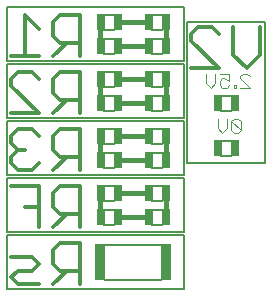
<source format=gbo>
G75*
G70*
%OFA0B0*%
%FSLAX24Y24*%
%IPPOS*%
%LPD*%
%AMOC8*
5,1,8,0,0,1.08239X$1,22.5*
%
%ADD10C,0.0120*%
%ADD11C,0.0050*%
%ADD12C,0.0160*%
%ADD13C,0.0040*%
%ADD14R,0.0256X0.0551*%
%ADD15C,0.0060*%
%ADD16R,0.0335X0.1221*%
D10*
X002820Y000903D02*
X003050Y001133D01*
X003510Y001133D01*
X003740Y001363D01*
X003510Y001593D01*
X002820Y001593D01*
X002820Y000903D02*
X003050Y000672D01*
X003740Y000672D01*
X004201Y000672D02*
X004661Y001133D01*
X004431Y001133D02*
X005121Y001133D01*
X005121Y000672D02*
X005121Y002054D01*
X004431Y002054D01*
X004201Y001823D01*
X004201Y001363D01*
X004431Y001133D01*
X004201Y002572D02*
X004661Y003033D01*
X004431Y003033D02*
X005121Y003033D01*
X005121Y002572D02*
X005121Y003954D01*
X004431Y003954D01*
X004201Y003723D01*
X004201Y003263D01*
X004431Y003033D01*
X003740Y003263D02*
X003280Y003263D01*
X003740Y002572D02*
X003740Y003954D01*
X002820Y003954D01*
X003050Y004472D02*
X003510Y004472D01*
X003740Y004703D01*
X004201Y004472D02*
X004661Y004933D01*
X004431Y004933D02*
X005121Y004933D01*
X005121Y004472D02*
X005121Y005854D01*
X004431Y005854D01*
X004201Y005623D01*
X004201Y005163D01*
X004431Y004933D01*
X003740Y005623D02*
X003510Y005854D01*
X003050Y005854D01*
X002820Y005623D01*
X002820Y005393D01*
X003050Y005163D01*
X002820Y004933D01*
X002820Y004703D01*
X003050Y004472D01*
X003050Y005163D02*
X003280Y005163D01*
X002820Y006372D02*
X003740Y006372D01*
X002820Y007293D01*
X002820Y007523D01*
X003050Y007754D01*
X003510Y007754D01*
X003740Y007523D01*
X004201Y007523D02*
X004201Y007063D01*
X004431Y006833D01*
X005121Y006833D01*
X004661Y006833D02*
X004201Y006372D01*
X005121Y006372D02*
X005121Y007754D01*
X004431Y007754D01*
X004201Y007523D01*
X004201Y008272D02*
X004661Y008733D01*
X004431Y008733D02*
X005121Y008733D01*
X005121Y008272D02*
X005121Y009654D01*
X004431Y009654D01*
X004201Y009423D01*
X004201Y008963D01*
X004431Y008733D01*
X003740Y009193D02*
X003280Y009654D01*
X003280Y008272D01*
X003740Y008272D02*
X002820Y008272D01*
X008820Y007872D02*
X009740Y007872D01*
X008820Y008793D01*
X008820Y009023D01*
X009050Y009254D01*
X009510Y009254D01*
X009740Y009023D01*
X010201Y009254D02*
X010201Y008333D01*
X010661Y007872D01*
X011121Y008333D01*
X011121Y009254D01*
D11*
X002681Y002312D02*
X002681Y000512D01*
X008581Y000512D01*
X008581Y002312D01*
X002681Y002312D01*
X002681Y002412D02*
X002681Y004212D01*
X008581Y004212D01*
X008581Y002412D01*
X002681Y002412D01*
X002681Y004312D02*
X002681Y006112D01*
X008581Y006112D01*
X008581Y004312D01*
X002681Y004312D01*
X002681Y006212D02*
X002681Y008012D01*
X008581Y008012D01*
X008581Y006212D01*
X002681Y006212D01*
X002681Y008112D02*
X008581Y008112D01*
X008581Y009912D01*
X002681Y009912D01*
X002681Y008112D01*
X008681Y009412D02*
X008681Y004712D01*
X011281Y004712D01*
X011281Y009412D01*
X008681Y009412D01*
D12*
X007981Y009412D02*
X007981Y008612D01*
X007281Y008612D02*
X006481Y008612D01*
X005781Y008612D02*
X005781Y009412D01*
X006481Y009412D02*
X007281Y009412D01*
X007281Y007512D02*
X006481Y007512D01*
X005781Y007512D02*
X005781Y006712D01*
X006481Y006712D02*
X007281Y006712D01*
X007981Y006712D02*
X007981Y007512D01*
X007981Y005612D02*
X007981Y004812D01*
X007281Y004812D02*
X006481Y004812D01*
X005781Y004812D02*
X005781Y005612D01*
X006481Y005612D02*
X007281Y005612D01*
X007281Y003712D02*
X006481Y003712D01*
X005781Y003712D02*
X005781Y002912D01*
X006481Y002912D02*
X007281Y002912D01*
X007981Y002912D02*
X007981Y003712D01*
D13*
X009848Y005732D02*
X009694Y005886D01*
X009694Y006193D01*
X010001Y006193D02*
X010001Y005886D01*
X009848Y005732D01*
X010155Y005809D02*
X010231Y005732D01*
X010385Y005732D01*
X010461Y005809D01*
X010155Y006116D01*
X010155Y005809D01*
X010155Y006116D02*
X010231Y006193D01*
X010385Y006193D01*
X010461Y006116D01*
X010461Y005809D01*
X010455Y007232D02*
X010761Y007232D01*
X010455Y007539D01*
X010455Y007616D01*
X010531Y007693D01*
X010685Y007693D01*
X010761Y007616D01*
X010301Y007309D02*
X010301Y007232D01*
X010224Y007232D01*
X010224Y007309D01*
X010301Y007309D01*
X010071Y007309D02*
X009994Y007232D01*
X009841Y007232D01*
X009764Y007309D01*
X009764Y007463D01*
X009841Y007539D01*
X009917Y007539D01*
X010071Y007463D01*
X010071Y007693D01*
X009764Y007693D01*
X009611Y007693D02*
X009611Y007386D01*
X009457Y007232D01*
X009304Y007386D01*
X009304Y007693D01*
D14*
X009693Y006713D03*
X010273Y006713D03*
X010273Y005213D03*
X009693Y005213D03*
X007973Y004813D03*
X007393Y004813D03*
X007393Y005613D03*
X007973Y005613D03*
X007973Y006713D03*
X007393Y006713D03*
X007393Y007513D03*
X007973Y007513D03*
X007973Y008613D03*
X007393Y008613D03*
X007393Y009413D03*
X007973Y009413D03*
X006373Y009413D03*
X005793Y009413D03*
X005793Y008613D03*
X006373Y008613D03*
X006373Y007513D03*
X005793Y007513D03*
X005793Y006713D03*
X006373Y006713D03*
X006373Y005613D03*
X005793Y005613D03*
X005793Y004813D03*
X006373Y004813D03*
X006373Y003713D03*
X005793Y003713D03*
X005793Y002913D03*
X006373Y002913D03*
X007393Y002913D03*
X007973Y002913D03*
X007973Y003713D03*
X007393Y003713D03*
D15*
X007520Y003962D02*
X007843Y003962D01*
X007843Y003462D02*
X007520Y003462D01*
X007520Y003162D02*
X007843Y003162D01*
X007843Y002662D02*
X007520Y002662D01*
X007821Y001992D02*
X005951Y001992D01*
X005920Y002662D02*
X006243Y002662D01*
X006243Y003162D02*
X005920Y003162D01*
X005920Y003462D02*
X006243Y003462D01*
X006243Y003962D02*
X005920Y003962D01*
X005920Y004562D02*
X006243Y004562D01*
X006243Y005062D02*
X005920Y005062D01*
X005920Y005362D02*
X006243Y005362D01*
X006243Y005862D02*
X005920Y005862D01*
X005920Y006462D02*
X006243Y006462D01*
X006243Y006962D02*
X005920Y006962D01*
X005920Y007262D02*
X006243Y007262D01*
X006243Y007762D02*
X005920Y007762D01*
X005920Y008362D02*
X006243Y008362D01*
X006243Y008862D02*
X005920Y008862D01*
X005920Y009162D02*
X006243Y009162D01*
X006243Y009662D02*
X005920Y009662D01*
X007520Y009662D02*
X007843Y009662D01*
X007843Y009162D02*
X007520Y009162D01*
X007520Y008862D02*
X007843Y008862D01*
X007843Y008362D02*
X007520Y008362D01*
X007520Y007762D02*
X007843Y007762D01*
X007843Y007262D02*
X007520Y007262D01*
X007520Y006962D02*
X007843Y006962D01*
X007843Y006462D02*
X007520Y006462D01*
X007520Y005862D02*
X007843Y005862D01*
X007843Y005362D02*
X007520Y005362D01*
X007520Y005062D02*
X007843Y005062D01*
X007843Y004562D02*
X007520Y004562D01*
X009820Y004962D02*
X010143Y004962D01*
X010143Y005462D02*
X009820Y005462D01*
X009820Y006462D02*
X010143Y006462D01*
X010143Y006962D02*
X009820Y006962D01*
X007821Y000833D02*
X005951Y000833D01*
D16*
X005789Y001412D03*
X007979Y001412D03*
M02*

</source>
